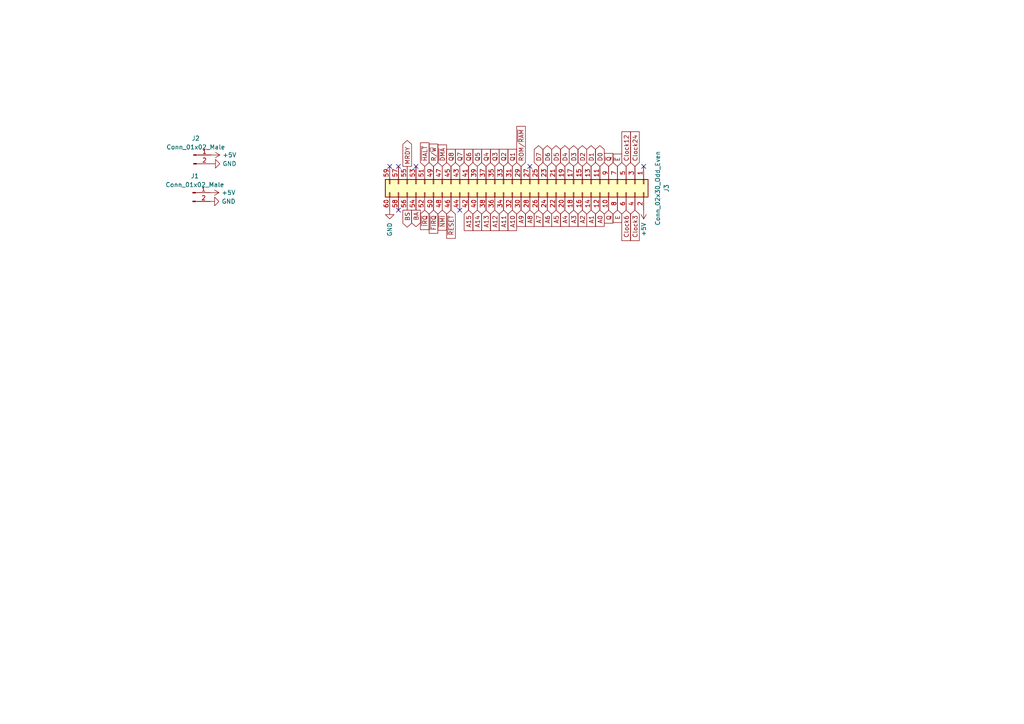
<source format=kicad_sch>
(kicad_sch (version 20230121) (generator eeschema)
  (paper "A4")
  (lib_symbols
    (symbol "Connector:Conn_01x02_Male" (pin_names (offset 1.016) hide)
      (property "Reference" "J" (at 0 2.54 0))
      (property "Value" "Conn_01x02_Male" (at 0 -5.08 0))
      (symbol "Conn_01x02_Male_1_1"
        (polyline (pts (xy 1.27 -2.54) (xy 0.8636 -2.54)) (stroke (width 0.1524)))
        (polyline (pts (xy 1.27 0) (xy 0.8636 0)) (stroke (width 0.1524)))
        (rectangle (start 0.8636 -2.413) (end 0 -2.667) (stroke (width 0.1524)) (fill (type outline)))
        (rectangle (start 0.8636 0.127) (end 0 -0.127) (stroke (width 0.1524)) (fill (type outline)))
        (pin passive line (at 5.08 0 180) (length 3.81) (name "Pin_1") (number "1"))
        (pin passive line (at 5.08 -2.54 180) (length 3.81) (name "Pin_2") (number "2"))
      )
    )
    (symbol "Connector_Generic:Conn_02x30_Odd_Even" (pin_names (offset 1.016) hide)
      (property "Reference" "J" (at 1.27 38.1 0))
      (property "Value" "Conn_02x30_Odd_Even" (at 1.27 -40.64 0))
      (symbol "Conn_02x30_Odd_Even_1_1"
        (rectangle (start -1.27 -37.973) (end 0 -38.227) (stroke (width 0.1524)))
        (rectangle (start -1.27 -35.433) (end 0 -35.687) (stroke (width 0.1524)))
        (rectangle (start -1.27 -32.893) (end 0 -33.147) (stroke (width 0.1524)))
        (rectangle (start -1.27 -30.353) (end 0 -30.607) (stroke (width 0.1524)))
        (rectangle (start -1.27 -27.813) (end 0 -28.067) (stroke (width 0.1524)))
        (rectangle (start -1.27 -25.273) (end 0 -25.527) (stroke (width 0.1524)))
        (rectangle (start -1.27 -22.733) (end 0 -22.987) (stroke (width 0.1524)))
        (rectangle (start -1.27 -20.193) (end 0 -20.447) (stroke (width 0.1524)))
        (rectangle (start -1.27 -17.653) (end 0 -17.907) (stroke (width 0.1524)))
        (rectangle (start -1.27 -15.113) (end 0 -15.367) (stroke (width 0.1524)))
        (rectangle (start -1.27 -12.573) (end 0 -12.827) (stroke (width 0.1524)))
        (rectangle (start -1.27 -10.033) (end 0 -10.287) (stroke (width 0.1524)))
        (rectangle (start -1.27 -7.493) (end 0 -7.747) (stroke (width 0.1524)))
        (rectangle (start -1.27 -4.953) (end 0 -5.207) (stroke (width 0.1524)))
        (rectangle (start -1.27 -2.413) (end 0 -2.667) (stroke (width 0.1524)))
        (rectangle (start -1.27 0.127) (end 0 -0.127) (stroke (width 0.1524)))
        (rectangle (start -1.27 2.667) (end 0 2.413) (stroke (width 0.1524)))
        (rectangle (start -1.27 5.207) (end 0 4.953) (stroke (width 0.1524)))
        (rectangle (start -1.27 7.747) (end 0 7.493) (stroke (width 0.1524)))
        (rectangle (start -1.27 10.287) (end 0 10.033) (stroke (width 0.1524)))
        (rectangle (start -1.27 12.827) (end 0 12.573) (stroke (width 0.1524)))
        (rectangle (start -1.27 15.367) (end 0 15.113) (stroke (width 0.1524)))
        (rectangle (start -1.27 17.907) (end 0 17.653) (stroke (width 0.1524)))
        (rectangle (start -1.27 20.447) (end 0 20.193) (stroke (width 0.1524)))
        (rectangle (start -1.27 22.987) (end 0 22.733) (stroke (width 0.1524)))
        (rectangle (start -1.27 25.527) (end 0 25.273) (stroke (width 0.1524)))
        (rectangle (start -1.27 28.067) (end 0 27.813) (stroke (width 0.1524)))
        (rectangle (start -1.27 30.607) (end 0 30.353) (stroke (width 0.1524)))
        (rectangle (start -1.27 33.147) (end 0 32.893) (stroke (width 0.1524)))
        (rectangle (start -1.27 35.687) (end 0 35.433) (stroke (width 0.1524)))
        (rectangle (start -1.27 36.83) (end 3.81 -39.37) (stroke (width 0.254)) (fill (type background)))
        (rectangle (start 3.81 -37.973) (end 2.54 -38.227) (stroke (width 0.1524)))
        (rectangle (start 3.81 -35.433) (end 2.54 -35.687) (stroke (width 0.1524)))
        (rectangle (start 3.81 -32.893) (end 2.54 -33.147) (stroke (width 0.1524)))
        (rectangle (start 3.81 -30.353) (end 2.54 -30.607) (stroke (width 0.1524)))
        (rectangle (start 3.81 -27.813) (end 2.54 -28.067) (stroke (width 0.1524)))
        (rectangle (start 3.81 -25.273) (end 2.54 -25.527) (stroke (width 0.1524)))
        (rectangle (start 3.81 -22.733) (end 2.54 -22.987) (stroke (width 0.1524)))
        (rectangle (start 3.81 -20.193) (end 2.54 -20.447) (stroke (width 0.1524)))
        (rectangle (start 3.81 -17.653) (end 2.54 -17.907) (stroke (width 0.1524)))
        (rectangle (start 3.81 -15.113) (end 2.54 -15.367) (stroke (width 0.1524)))
        (rectangle (start 3.81 -12.573) (end 2.54 -12.827) (stroke (width 0.1524)))
        (rectangle (start 3.81 -10.033) (end 2.54 -10.287) (stroke (width 0.1524)))
        (rectangle (start 3.81 -7.493) (end 2.54 -7.747) (stroke (width 0.1524)))
        (rectangle (start 3.81 -4.953) (end 2.54 -5.207) (stroke (width 0.1524)))
        (rectangle (start 3.81 -2.413) (end 2.54 -2.667) (stroke (width 0.1524)))
        (rectangle (start 3.81 0.127) (end 2.54 -0.127) (stroke (width 0.1524)))
        (rectangle (start 3.81 2.667) (end 2.54 2.413) (stroke (width 0.1524)))
        (rectangle (start 3.81 5.207) (end 2.54 4.953) (stroke (width 0.1524)))
        (rectangle (start 3.81 7.747) (end 2.54 7.493) (stroke (width 0.1524)))
        (rectangle (start 3.81 10.287) (end 2.54 10.033) (stroke (width 0.1524)))
        (rectangle (start 3.81 12.827) (end 2.54 12.573) (stroke (width 0.1524)))
        (rectangle (start 3.81 15.367) (end 2.54 15.113) (stroke (width 0.1524)))
        (rectangle (start 3.81 17.907) (end 2.54 17.653) (stroke (width 0.1524)))
        (rectangle (start 3.81 20.447) (end 2.54 20.193) (stroke (width 0.1524)))
        (rectangle (start 3.81 22.987) (end 2.54 22.733) (stroke (width 0.1524)))
        (rectangle (start 3.81 25.527) (end 2.54 25.273) (stroke (width 0.1524)))
        (rectangle (start 3.81 28.067) (end 2.54 27.813) (stroke (width 0.1524)))
        (rectangle (start 3.81 30.607) (end 2.54 30.353) (stroke (width 0.1524)))
        (rectangle (start 3.81 33.147) (end 2.54 32.893) (stroke (width 0.1524)))
        (rectangle (start 3.81 35.687) (end 2.54 35.433) (stroke (width 0.1524)))
        (pin passive line (at -5.08 35.56 0) (length 3.81) (name "Pin_1") (number "1"))
        (pin passive line (at 7.62 25.4 180) (length 3.81) (name "Pin_10") (number "10"))
        (pin passive line (at -5.08 22.86 0) (length 3.81) (name "Pin_11") (number "11"))
        (pin passive line (at 7.62 22.86 180) (length 3.81) (name "Pin_12") (number "12"))
        (pin passive line (at -5.08 20.32 0) (length 3.81) (name "Pin_13") (number "13"))
        (pin passive line (at 7.62 20.32 180) (length 3.81) (name "Pin_14") (number "14"))
        (pin passive line (at -5.08 17.78 0) (length 3.81) (name "Pin_15") (number "15"))
        (pin passive line (at 7.62 17.78 180) (length 3.81) (name "Pin_16") (number "16"))
        (pin passive line (at -5.08 15.24 0) (length 3.81) (name "Pin_17") (number "17"))
        (pin passive line (at 7.62 15.24 180) (length 3.81) (name "Pin_18") (number "18"))
        (pin passive line (at -5.08 12.7 0) (length 3.81) (name "Pin_19") (number "19"))
        (pin passive line (at 7.62 35.56 180) (length 3.81) (name "Pin_2") (number "2"))
        (pin passive line (at 7.62 12.7 180) (length 3.81) (name "Pin_20") (number "20"))
        (pin passive line (at -5.08 10.16 0) (length 3.81) (name "Pin_21") (number "21"))
        (pin passive line (at 7.62 10.16 180) (length 3.81) (name "Pin_22") (number "22"))
        (pin passive line (at -5.08 7.62 0) (length 3.81) (name "Pin_23") (number "23"))
        (pin passive line (at 7.62 7.62 180) (length 3.81) (name "Pin_24") (number "24"))
        (pin passive line (at -5.08 5.08 0) (length 3.81) (name "Pin_25") (number "25"))
        (pin passive line (at 7.62 5.08 180) (length 3.81) (name "Pin_26") (number "26"))
        (pin passive line (at -5.08 2.54 0) (length 3.81) (name "Pin_27") (number "27"))
        (pin passive line (at 7.62 2.54 180) (length 3.81) (name "Pin_28") (number "28"))
        (pin passive line (at -5.08 0 0) (length 3.81) (name "Pin_29") (number "29"))
        (pin passive line (at -5.08 33.02 0) (length 3.81) (name "Pin_3") (number "3"))
        (pin passive line (at 7.62 0 180) (length 3.81) (name "Pin_30") (number "30"))
        (pin passive line (at -5.08 -2.54 0) (length 3.81) (name "Pin_31") (number "31"))
        (pin passive line (at 7.62 -2.54 180) (length 3.81) (name "Pin_32") (number "32"))
        (pin passive line (at -5.08 -5.08 0) (length 3.81) (name "Pin_33") (number "33"))
        (pin passive line (at 7.62 -5.08 180) (length 3.81) (name "Pin_34") (number "34"))
        (pin passive line (at -5.08 -7.62 0) (length 3.81) (name "Pin_35") (number "35"))
        (pin passive line (at 7.62 -7.62 180) (length 3.81) (name "Pin_36") (number "36"))
        (pin passive line (at -5.08 -10.16 0) (length 3.81) (name "Pin_37") (number "37"))
        (pin passive line (at 7.62 -10.16 180) (length 3.81) (name "Pin_38") (number "38"))
        (pin passive line (at -5.08 -12.7 0) (length 3.81) (name "Pin_39") (number "39"))
        (pin passive line (at 7.62 33.02 180) (length 3.81) (name "Pin_4") (number "4"))
        (pin passive line (at 7.62 -12.7 180) (length 3.81) (name "Pin_40") (number "40"))
        (pin passive line (at -5.08 -15.24 0) (length 3.81) (name "Pin_41") (number "41"))
        (pin passive line (at 7.62 -15.24 180) (length 3.81) (name "Pin_42") (number "42"))
        (pin passive line (at -5.08 -17.78 0) (length 3.81) (name "Pin_43") (number "43"))
        (pin passive line (at 7.62 -17.78 180) (length 3.81) (name "Pin_44") (number "44"))
        (pin passive line (at -5.08 -20.32 0) (length 3.81) (name "Pin_45") (number "45"))
        (pin passive line (at 7.62 -20.32 180) (length 3.81) (name "Pin_46") (number "46"))
        (pin passive line (at -5.08 -22.86 0) (length 3.81) (name "Pin_47") (number "47"))
        (pin passive line (at 7.62 -22.86 180) (length 3.81) (name "Pin_48") (number "48"))
        (pin passive line (at -5.08 -25.4 0) (length 3.81) (name "Pin_49") (number "49"))
        (pin passive line (at -5.08 30.48 0) (length 3.81) (name "Pin_5") (number "5"))
        (pin passive line (at 7.62 -25.4 180) (length 3.81) (name "Pin_50") (number "50"))
        (pin passive line (at -5.08 -27.94 0) (length 3.81) (name "Pin_51") (number "51"))
        (pin passive line (at 7.62 -27.94 180) (length 3.81) (name "Pin_52") (number "52"))
        (pin passive line (at -5.08 -30.48 0) (length 3.81) (name "Pin_53") (number "53"))
        (pin passive line (at 7.62 -30.48 180) (length 3.81) (name "Pin_54") (number "54"))
        (pin passive line (at -5.08 -33.02 0) (length 3.81) (name "Pin_55") (number "55"))
        (pin passive line (at 7.62 -33.02 180) (length 3.81) (name "Pin_56") (number "56"))
        (pin passive line (at -5.08 -35.56 0) (length 3.81) (name "Pin_57") (number "57"))
        (pin passive line (at 7.62 -35.56 180) (length 3.81) (name "Pin_58") (number "58"))
        (pin passive line (at -5.08 -38.1 0) (length 3.81) (name "Pin_59") (number "59"))
        (pin passive line (at 7.62 30.48 180) (length 3.81) (name "Pin_6") (number "6"))
        (pin passive line (at 7.62 -38.1 180) (length 3.81) (name "Pin_60") (number "60"))
        (pin passive line (at -5.08 27.94 0) (length 3.81) (name "Pin_7") (number "7"))
        (pin passive line (at 7.62 27.94 180) (length 3.81) (name "Pin_8") (number "8"))
        (pin passive line (at -5.08 25.4 0) (length 3.81) (name "Pin_9") (number "9"))
      )
    )
    (symbol "power:+5V" (power) (pin_names (offset 0))
      (property "Value" "+5V" (at 0 3.556 0))
      (symbol "+5V_0_1"
        (polyline (pts (xy -0.762 1.27) (xy 0 2.54)))
        (polyline (pts (xy 0 0) (xy 0 2.54)))
        (polyline (pts (xy 0 2.54) (xy 0.762 1.27)))
      )
      (symbol "+5V_1_1"
        (pin power_in line (at 0 0 90) (length 0) hide (name "+5V") (number "1"))
      )
    )
    (symbol "power:GND" (power) (pin_names (offset 0))
      (property "Value" "GND" (at 0 -3.81 0))
      (symbol "GND_0_1"
        (polyline (pts (xy 0 0) (xy 0 -1.27) (xy 1.27 -1.27) (xy 0 -2.54) (xy -1.27 -1.27) (xy 0 -1.27)))
      )
      (symbol "GND_1_1"
        (pin power_in line (at 0 0 270) (length 0) hide (name "GND") (number "1"))
      )
    )
  )
  (no_connect (at 133.35 60.96))
  (no_connect (at 120.65 48.26))
  (no_connect (at 113.03 48.26))
  (no_connect (at 115.57 48.26))
  (no_connect (at 115.57 60.96))
  (no_connect (at 186.69 48.26))
  (no_connect (at 153.67 48.26))
  (global_label "D3" (shape bidirectional) (at 166.37 48.26 90) (property "Intersheetrefs" "${INTERSHEET_REFS}" (effects hide)))
  (global_label "A11" (shape input) (at 146.05 60.96 270) (property "Intersheetrefs" "${INTERSHEET_REFS}" (effects hide)))
  (global_label "~{FIRQ}" (shape input) (at 125.73 60.96 270) (property "Intersheetrefs" "${INTERSHEET_REFS}" (effects hide)))
  (global_label "Q" (shape input) (at 176.53 60.96 270) (property "Intersheetrefs" "${INTERSHEET_REFS}" (effects hide)))
  (global_label "MRDY" (shape output) (at 118.11 48.26 90) (property "Intersheetrefs" "${INTERSHEET_REFS}" (effects hide)))
  (global_label "~{HALT}" (shape input) (at 123.19 48.26 90) (property "Intersheetrefs" "${INTERSHEET_REFS}" (effects hide)))
  (global_label "Q4" (shape input) (at 140.97 48.26 90) (property "Intersheetrefs" "${INTERSHEET_REFS}" (effects hide)))
  (global_label "Q7" (shape input) (at 133.35 48.26 90) (property "Intersheetrefs" "${INTERSHEET_REFS}" (effects hide)))
  (global_label "A6" (shape input) (at 158.75 60.96 270) (property "Intersheetrefs" "${INTERSHEET_REFS}" (effects hide)))
  (global_label "~{E}" (shape input) (at 179.07 48.26 90) (property "Intersheetrefs" "${INTERSHEET_REFS}" (effects hide)))
  (global_label "Q1" (shape input) (at 148.59 48.26 90) (property "Intersheetrefs" "${INTERSHEET_REFS}" (effects hide)))
  (global_label "Q6" (shape input) (at 135.89 48.26 90) (property "Intersheetrefs" "${INTERSHEET_REFS}" (effects hide)))
  (global_label "A9" (shape input) (at 151.13 60.96 270) (property "Intersheetrefs" "${INTERSHEET_REFS}" (effects hide)))
  (global_label "A1" (shape input) (at 171.45 60.96 270) (property "Intersheetrefs" "${INTERSHEET_REFS}" (effects hide)))
  (global_label "A10" (shape input) (at 148.59 60.96 270) (property "Intersheetrefs" "${INTERSHEET_REFS}" (effects hide)))
  (global_label "A14" (shape input) (at 138.43 60.96 270) (property "Intersheetrefs" "${INTERSHEET_REFS}" (effects hide)))
  (global_label "D6" (shape bidirectional) (at 158.75 48.26 90) (property "Intersheetrefs" "${INTERSHEET_REFS}" (effects hide)))
  (global_label "D1" (shape bidirectional) (at 171.45 48.26 90) (property "Intersheetrefs" "${INTERSHEET_REFS}" (effects hide)))
  (global_label "A0" (shape input) (at 173.99 60.96 270) (property "Intersheetrefs" "${INTERSHEET_REFS}" (effects hide)))
  (global_label "~{RESET}" (shape input) (at 130.81 60.96 270) (property "Intersheetrefs" "${INTERSHEET_REFS}" (effects hide)))
  (global_label "Clock12" (shape input) (at 181.61 48.26 90) (property "Intersheetrefs" "${INTERSHEET_REFS}" (effects hide)))
  (global_label "A7" (shape input) (at 156.21 60.96 270) (property "Intersheetrefs" "${INTERSHEET_REFS}" (effects hide)))
  (global_label "A5" (shape input) (at 161.29 60.96 270) (property "Intersheetrefs" "${INTERSHEET_REFS}" (effects hide)))
  (global_label "BA" (shape output) (at 120.65 60.96 270) (property "Intersheetrefs" "${INTERSHEET_REFS}" (effects hide)))
  (global_label "A12" (shape input) (at 143.51 60.96 270) (property "Intersheetrefs" "${INTERSHEET_REFS}" (effects hide)))
  (global_label "~{DMA}" (shape input) (at 128.27 48.26 90) (property "Intersheetrefs" "${INTERSHEET_REFS}" (effects hide)))
  (global_label "Clock6" (shape input) (at 181.61 60.96 270) (property "Intersheetrefs" "${INTERSHEET_REFS}" (effects hide)))
  (global_label "D7" (shape bidirectional) (at 156.21 48.26 90) (property "Intersheetrefs" "${INTERSHEET_REFS}" (effects hide)))
  (global_label "A3" (shape input) (at 166.37 60.96 270) (property "Intersheetrefs" "${INTERSHEET_REFS}" (effects hide)))
  (global_label "A8" (shape input) (at 153.67 60.96 270) (property "Intersheetrefs" "${INTERSHEET_REFS}" (effects hide)))
  (global_label "Q3" (shape input) (at 143.51 48.26 90) (property "Intersheetrefs" "${INTERSHEET_REFS}" (effects hide)))
  (global_label "A13" (shape input) (at 140.97 60.96 270) (property "Intersheetrefs" "${INTERSHEET_REFS}" (effects hide)))
  (global_label "R{slash}~{W}" (shape input) (at 125.73 48.26 90) (property "Intersheetrefs" "${INTERSHEET_REFS}" (effects hide)))
  (global_label "D2" (shape bidirectional) (at 168.91 48.26 90) (property "Intersheetrefs" "${INTERSHEET_REFS}" (effects hide)))
  (global_label "~{Q}" (shape input) (at 176.53 48.26 90) (property "Intersheetrefs" "${INTERSHEET_REFS}" (effects hide)))
  (global_label "Q2" (shape input) (at 146.05 48.26 90) (property "Intersheetrefs" "${INTERSHEET_REFS}" (effects hide)))
  (global_label "~{IRQ}" (shape input) (at 123.19 60.96 270) (property "Intersheetrefs" "${INTERSHEET_REFS}" (effects hide)))
  (global_label "Clock3" (shape input) (at 184.15 60.96 270) (property "Intersheetrefs" "${INTERSHEET_REFS}" (effects hide)))
  (global_label "~{NMI}" (shape input) (at 128.27 60.96 270) (property "Intersheetrefs" "${INTERSHEET_REFS}" (effects hide)))
  (global_label "A15" (shape input) (at 135.89 60.96 270) (property "Intersheetrefs" "${INTERSHEET_REFS}" (effects hide)))
  (global_label "A2" (shape input) (at 168.91 60.96 270) (property "Intersheetrefs" "${INTERSHEET_REFS}" (effects hide)))
  (global_label "Clock24" (shape input) (at 184.15 48.26 90) (property "Intersheetrefs" "${INTERSHEET_REFS}" (effects hide)))
  (global_label "Q8" (shape input) (at 130.81 48.26 90) (property "Intersheetrefs" "${INTERSHEET_REFS}" (effects hide)))
  (global_label "A4" (shape input) (at 163.83 60.96 270) (property "Intersheetrefs" "${INTERSHEET_REFS}" (effects hide)))
  (global_label "D0" (shape bidirectional) (at 173.99 48.26 90) (property "Intersheetrefs" "${INTERSHEET_REFS}" (effects hide)))
  (global_label "BS" (shape output) (at 118.11 60.96 270) (property "Intersheetrefs" "${INTERSHEET_REFS}" (effects hide)))
  (global_label "ROM{slash}~{RAM}" (shape input) (at 151.13 48.26 90) (property "Intersheetrefs" "${INTERSHEET_REFS}" (effects hide)))
  (global_label "E" (shape input) (at 179.07 60.96 270) (property "Intersheetrefs" "${INTERSHEET_REFS}" (effects hide)))
  (global_label "Q5" (shape input) (at 138.43 48.26 90) (property "Intersheetrefs" "${INTERSHEET_REFS}" (effects hide)))
  (global_label "D4" (shape bidirectional) (at 163.83 48.26 90) (property "Intersheetrefs" "${INTERSHEET_REFS}" (effects hide)))
  (global_label "D5" (shape bidirectional) (at 161.29 48.26 90) (property "Intersheetrefs" "${INTERSHEET_REFS}" (effects hide)))
  (symbol (lib_id "Connector:Conn_01x02_Male") (at 55.88 55.88 0) (unit 1)
    (property "Reference" "J1" (at 56.515 51.054 0))
    (property "Value" "Conn_01x02_Male" (at 56.515 53.594 0))
    (property "Footprint" "Connector_PinHeader_2.54mm:PinHeader_1x02_P2.54mm_Vertical" (effects hide))
  )
  (symbol (lib_id "Connector:Conn_01x02_Male") (at 56.134 44.958 0) (unit 1)
    (property "Reference" "J2" (at 56.769 40.132 0))
    (property "Value" "Conn_01x02_Male" (at 56.769 42.672 0))
    (property "Footprint" "Connector_PinHeader_2.54mm:PinHeader_1x02_P2.54mm_Vertical" (effects hide))
  )
  (symbol (lib_id "power:GND") (at 113.03 60.96 0) (unit 1)
    (property "Reference" "#PWR01" (effects hide))
    (property "Value" "GND" (at 113.0301 64.516 90) (effects (justify right)))
    (instances (project "dma-mapped-memory" (path "" (reference "#PWR01") (unit 1))) (project "mapped-memory-module" (path "" (reference "#PWR028") (unit 1))))
  )
  (symbol (lib_id "power:GND") (at 60.96 58.42 90) (unit 1)
    (property "Reference" "#PWR04" (effects hide))
    (property "Value" "GND" (at 64.262 58.4199 90) (effects (justify right)))
    (instances (project "dma-mapped-memory" (path "" (reference "#PWR04") (unit 1))) (project "mapped-memory-module" (path "" (reference "#PWR02") (unit 1))))
  )
  (symbol (lib_id "power:+5V") (at 60.96 55.88 270) (unit 1)
    (property "Reference" "#PWR03" (effects hide))
    (property "Value" "+5V" (at 64.262 55.8799 90) (effects (justify left)))
    (instances (project "dma-mapped-memory" (path "" (reference "#PWR03") (unit 1))) (project "mapped-memory-module" (path "" (reference "#PWR01") (unit 1))))
  )
  (symbol (lib_id "power:GND") (at 61.214 47.498 90) (unit 1)
    (property "Reference" "#PWR06" (effects hide))
    (property "Value" "GND" (at 64.516 47.4979 90) (effects (justify right)))
    (instances (project "dma-mapped-memory" (path "" (reference "#PWR06") (unit 1))) (project "mapped-memory-module" (path "" (reference "#PWR04") (unit 1))))
  )
  (symbol (lib_id "power:+5V") (at 61.214 44.958 270) (unit 1)
    (property "Reference" "#PWR05" (effects hide))
    (property "Value" "+5V" (at 64.516 44.9579 90) (effects (justify left)))
    (instances (project "dma-mapped-memory" (path "" (reference "#PWR05") (unit 1))) (project "mapped-memory-module" (path "" (reference "#PWR03") (unit 1))))
  )
  (symbol (lib_id "Connector_Generic:Conn_02x30_Odd_Even") (at 151.13 53.34 270) (unit 1)
    (property "Reference" "J3" (at 193.294 54.61 0))
    (property "Value" "Conn_02x30_Odd_Even" (at 190.754 54.61 0))
    (property "Footprint" "Connector_PinHeader_2.54mm:PinHeader_2x30_P2.54mm_Vertical" (effects hide))
  )
  (symbol (lib_id "power:+5V") (at 186.69 60.96 180) (unit 1)
    (property "Reference" "#PWR02" (effects hide))
    (property "Value" "+5V" (at 186.69 68.58 90) (effects (justify right)))
    (instances (project "dma-mapped-memory" (path "" (reference "#PWR02") (unit 1))) (project "mapped-memory-module" (path "" (reference "#PWR029") (unit 1))))
  )
)
</source>
